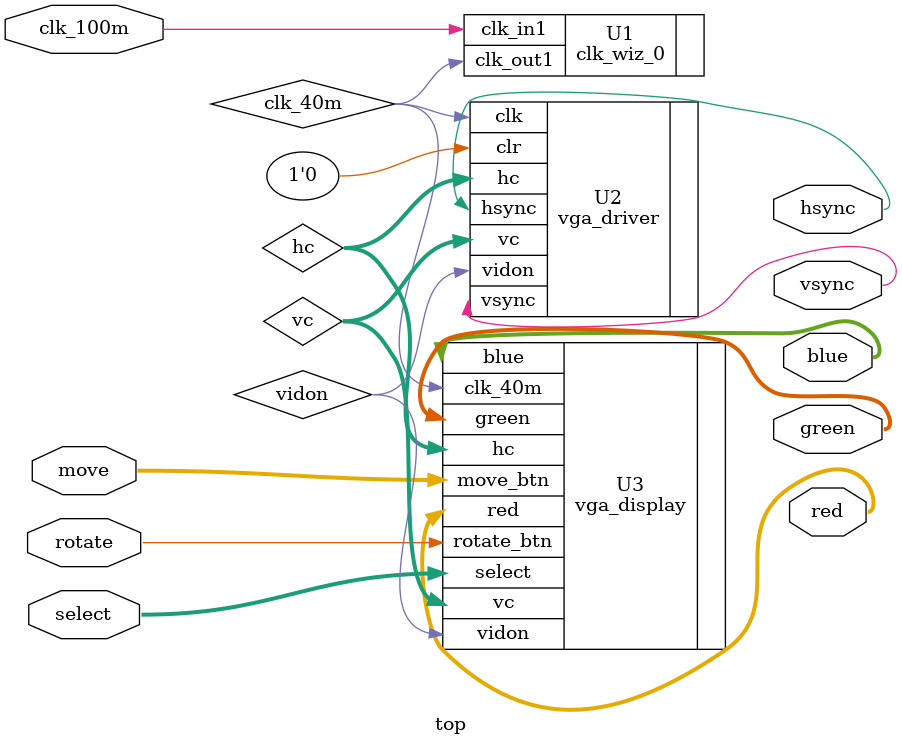
<source format=v>
module top (
	input clk_100m,
	input [6:0] select,
	input rotate,
	input [3:0] move,
	
	output hsync,vsync,
	output [3:0] red,green,blue
	);
	
	
	wire clk_40m;
	wire [10:0] hc,vc;
	wire vidon;
	
	clk_wiz_0 U1(
		.clk_in1(clk_100m),
		.clk_out1(clk_40m)
	);
	
	
	vga_driver U2(
		.clk(clk_40m),
		.clr(1'b0),
		.hsync(hsync),
		.vsync(vsync),
		.hc(hc),
		.vc(vc),
		.vidon(vidon)
	);
	
	
	vga_display U3(
		.clk_40m(clk_40m),
		.hc(hc),
		.vc(vc),
		.vidon(vidon),
		
		.select(select),
		.rotate_btn(rotate),
		.move_btn(move),
		
		.red(red),
		.green(green),
		.blue(blue)
	);
	
	
	
endmodule
	
	
	
	
	
</source>
